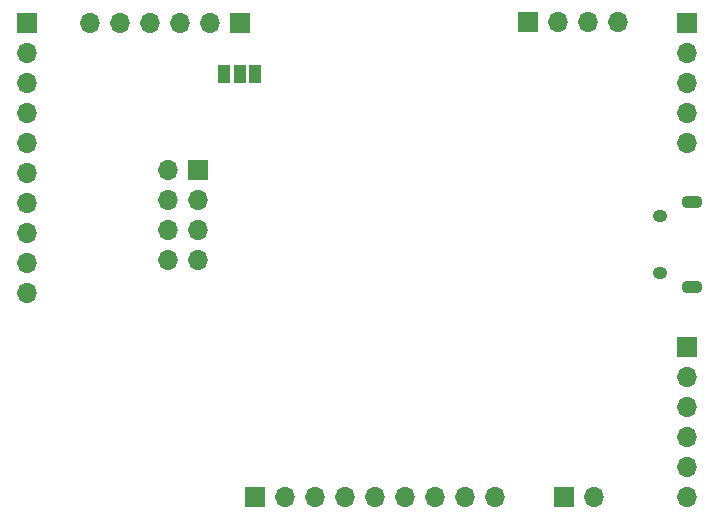
<source format=gbr>
%TF.GenerationSoftware,KiCad,Pcbnew,8.0.8*%
%TF.CreationDate,2025-02-03T11:58:04+00:00*%
%TF.ProjectId,FSC-BT1038B Barebones Breakout,4653432d-4254-4313-9033-384220426172,0.1*%
%TF.SameCoordinates,Original*%
%TF.FileFunction,Soldermask,Bot*%
%TF.FilePolarity,Negative*%
%FSLAX46Y46*%
G04 Gerber Fmt 4.6, Leading zero omitted, Abs format (unit mm)*
G04 Created by KiCad (PCBNEW 8.0.8) date 2025-02-03 11:58:04*
%MOMM*%
%LPD*%
G01*
G04 APERTURE LIST*
%ADD10R,1.700000X1.700000*%
%ADD11O,1.700000X1.700000*%
%ADD12O,1.800000X1.100000*%
%ADD13O,1.250000X1.050000*%
%ADD14R,1.000000X1.500000*%
G04 APERTURE END LIST*
D10*
%TO.C,J1*%
X158496000Y-74676000D03*
D11*
X155956000Y-74676000D03*
X158496000Y-77216000D03*
X155956000Y-77216000D03*
X158496000Y-79756000D03*
X155956000Y-79756000D03*
X158496000Y-82296000D03*
X155956000Y-82296000D03*
%TD*%
D10*
%TO.C,J5*%
X189484000Y-102362000D03*
D11*
X192024000Y-102362000D03*
%TD*%
D12*
%TO.C,J2*%
X200287000Y-84601000D03*
D13*
X197562000Y-83451000D03*
X197562000Y-78601000D03*
D12*
X200287000Y-77451000D03*
%TD*%
D10*
%TO.C,J4*%
X186436000Y-62205000D03*
D11*
X188976000Y-62205000D03*
X191516000Y-62205000D03*
X194056000Y-62205000D03*
%TD*%
D10*
%TO.C,J3*%
X199923000Y-62260000D03*
D11*
X199923000Y-64800000D03*
X199923000Y-67340000D03*
X199923000Y-69880000D03*
X199923000Y-72420000D03*
%TD*%
D10*
%TO.C,J6*%
X162052000Y-62230000D03*
D11*
X159512000Y-62230000D03*
X156972000Y-62230000D03*
X154432000Y-62230000D03*
X151892000Y-62230000D03*
X149352000Y-62230000D03*
%TD*%
D10*
%TO.C,J8*%
X144018000Y-62230000D03*
D11*
X144018000Y-64770000D03*
X144018000Y-67310000D03*
X144018000Y-69850000D03*
X144018000Y-72390000D03*
X144018000Y-74930000D03*
X144018000Y-77470000D03*
X144018000Y-80010000D03*
X144018000Y-82550000D03*
X144018000Y-85090000D03*
%TD*%
D10*
%TO.C,J7*%
X199898000Y-89662000D03*
D11*
X199898000Y-92202000D03*
X199898000Y-94742000D03*
X199898000Y-97282000D03*
X199898000Y-99822000D03*
X199898000Y-102362000D03*
%TD*%
D10*
%TO.C,J9*%
X163312000Y-102362000D03*
D11*
X165852000Y-102362000D03*
X168392000Y-102362000D03*
X170932000Y-102362000D03*
X173472000Y-102362000D03*
X176012000Y-102362000D03*
X178552000Y-102362000D03*
X181092000Y-102362000D03*
X183632000Y-102362000D03*
%TD*%
D14*
%TO.C,JP1*%
X160722000Y-66548000D03*
X162022000Y-66548000D03*
X163322000Y-66548000D03*
%TD*%
M02*

</source>
